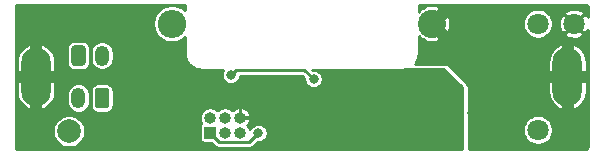
<source format=gbr>
%TF.GenerationSoftware,KiCad,Pcbnew,(5.1.10-1-10_14)*%
%TF.CreationDate,2021-11-16T21:19:30+13:00*%
%TF.ProjectId,BMSladder,424d536c-6164-4646-9572-2e6b69636164,rev?*%
%TF.SameCoordinates,Original*%
%TF.FileFunction,Copper,L2,Bot*%
%TF.FilePolarity,Positive*%
%FSLAX46Y46*%
G04 Gerber Fmt 4.6, Leading zero omitted, Abs format (unit mm)*
G04 Created by KiCad (PCBNEW (5.1.10-1-10_14)) date 2021-11-16 21:19:30*
%MOMM*%
%LPD*%
G01*
G04 APERTURE LIST*
%TA.AperFunction,ComponentPad*%
%ADD10C,1.800000*%
%TD*%
%TA.AperFunction,ComponentPad*%
%ADD11O,1.200000X1.750000*%
%TD*%
%TA.AperFunction,ComponentPad*%
%ADD12O,1.000000X1.000000*%
%TD*%
%TA.AperFunction,ComponentPad*%
%ADD13R,1.000000X1.000000*%
%TD*%
%TA.AperFunction,ComponentPad*%
%ADD14O,2.400000X2.400000*%
%TD*%
%TA.AperFunction,ComponentPad*%
%ADD15C,2.400000*%
%TD*%
%TA.AperFunction,ComponentPad*%
%ADD16C,2.000000*%
%TD*%
%TA.AperFunction,ComponentPad*%
%ADD17O,2.500000X5.000000*%
%TD*%
%TA.AperFunction,ViaPad*%
%ADD18C,0.800000*%
%TD*%
%TA.AperFunction,Conductor*%
%ADD19C,0.250000*%
%TD*%
%TA.AperFunction,Conductor*%
%ADD20C,0.100000*%
%TD*%
G04 APERTURE END LIST*
D10*
%TO.P,J7,1*%
%TO.N,Net-(D1-Pad2)*%
X67550000Y-21500000D03*
%TD*%
D11*
%TO.P,J6,2*%
%TO.N,Net-(J3-Pad2)*%
X27600000Y-24200000D03*
%TO.P,J6,1*%
%TO.N,Net-(J3-Pad1)*%
%TA.AperFunction,ComponentPad*%
G36*
G01*
X25000000Y-24825001D02*
X25000000Y-23574999D01*
G75*
G02*
X25249999Y-23325000I249999J0D01*
G01*
X25950001Y-23325000D01*
G75*
G02*
X26200000Y-23574999I0J-249999D01*
G01*
X26200000Y-24825001D01*
G75*
G02*
X25950001Y-25075000I-249999J0D01*
G01*
X25249999Y-25075000D01*
G75*
G02*
X25000000Y-24825001I0J249999D01*
G01*
G37*
%TD.AperFunction*%
%TD*%
%TO.P,J3,2*%
%TO.N,Net-(J3-Pad2)*%
X25600000Y-27800000D03*
%TO.P,J3,1*%
%TO.N,Net-(J3-Pad1)*%
%TA.AperFunction,ComponentPad*%
G36*
G01*
X28200000Y-27174999D02*
X28200000Y-28425001D01*
G75*
G02*
X27950001Y-28675000I-249999J0D01*
G01*
X27249999Y-28675000D01*
G75*
G02*
X27000000Y-28425001I0J249999D01*
G01*
X27000000Y-27174999D01*
G75*
G02*
X27249999Y-26925000I249999J0D01*
G01*
X27950001Y-26925000D01*
G75*
G02*
X28200000Y-27174999I0J-249999D01*
G01*
G37*
%TD.AperFunction*%
%TD*%
D10*
%TO.P,J1,1*%
%TO.N,Net-(J1-Pad1)*%
X64500000Y-21500000D03*
%TD*%
D12*
%TO.P,J5,6*%
%TO.N,GND*%
X39290000Y-29450000D03*
%TO.P,J5,5*%
%TO.N,Net-(J5-Pad5)*%
X39290000Y-30720000D03*
%TO.P,J5,4*%
%TO.N,/TX*%
X38020000Y-29450000D03*
%TO.P,J5,3*%
%TO.N,/RX*%
X38020000Y-30720000D03*
%TO.P,J5,2*%
%TO.N,/VCC*%
X36750000Y-29450000D03*
D13*
%TO.P,J5,1*%
%TO.N,/FAULT_UPDI*%
X36750000Y-30720000D03*
%TD*%
D14*
%TO.P,R7,2*%
%TO.N,Net-(Q2-Pad3)*%
X33500000Y-21500000D03*
D15*
%TO.P,R7,1*%
%TO.N,Net-(D1-Pad2)*%
X55500000Y-21500000D03*
%TD*%
D16*
%TO.P,J4,1*%
%TO.N,Net-(J4-Pad1)*%
X24800000Y-30600000D03*
%TD*%
D17*
%TO.P,H2,1*%
%TO.N,GND*%
X22000000Y-26000000D03*
%TD*%
%TO.P,H1,1*%
%TO.N,Net-(D1-Pad2)*%
X67000000Y-26000000D03*
%TD*%
D10*
%TO.P,J2,1*%
%TO.N,Net-(J2-Pad1)*%
X64500000Y-30500000D03*
%TD*%
D18*
%TO.N,GND*%
X39850000Y-27150000D03*
X57500000Y-29100000D03*
X46750000Y-26200010D03*
X33500000Y-29200006D03*
X30650035Y-25749987D03*
X30650035Y-24799963D03*
X30650000Y-26700000D03*
%TO.N,Net-(D1-Pad2)*%
X54700000Y-24499990D03*
X58900000Y-29100000D03*
X61500000Y-29350000D03*
X63700000Y-23700000D03*
%TO.N,/BAL*%
X45501730Y-26198270D03*
X38500000Y-25850000D03*
%TO.N,/FAULT_UPDI*%
X40840012Y-30744678D03*
%TD*%
D19*
%TO.N,GND*%
X39290000Y-29530000D02*
X39290000Y-27600000D01*
X46750000Y-27600000D02*
X55200000Y-27600000D01*
X39850000Y-27150000D02*
X39850000Y-27600000D01*
X39850000Y-27600000D02*
X46750000Y-27600000D01*
X39290000Y-27600000D02*
X39850000Y-27600000D01*
X56000000Y-27600000D02*
X55200000Y-27600000D01*
X57500000Y-29100000D02*
X56000000Y-27600000D01*
X46750000Y-27600000D02*
X46750000Y-26200010D01*
X39290000Y-27600000D02*
X30850000Y-27600000D01*
X30800000Y-27650000D02*
X30800000Y-28000012D01*
X30850000Y-27600000D02*
X30800000Y-27650000D01*
X32350006Y-29200006D02*
X33500000Y-29200006D01*
X30800000Y-27650000D02*
X32350006Y-29200006D01*
%TO.N,Net-(D1-Pad2)*%
X61800000Y-26000000D02*
X60299990Y-24499990D01*
X60299990Y-24499990D02*
X54700000Y-24499990D01*
X63400000Y-28100000D02*
X63400000Y-26000000D01*
X58900000Y-29100000D02*
X62400000Y-29100000D01*
X63400000Y-26000000D02*
X61800000Y-26000000D01*
X62400000Y-29100000D02*
X63400000Y-28100000D01*
X62150000Y-29350000D02*
X62400000Y-29100000D01*
X61500000Y-29350000D02*
X62150000Y-29350000D01*
X63700000Y-23700000D02*
X63700000Y-26000000D01*
X63700000Y-26000000D02*
X63400000Y-26000000D01*
X67000000Y-26000000D02*
X63700000Y-26000000D01*
%TO.N,/BAL*%
X44703460Y-25400000D02*
X38950000Y-25400000D01*
X38950000Y-25400000D02*
X38500000Y-25850000D01*
X45501730Y-26198270D02*
X44703460Y-25400000D01*
%TO.N,/FAULT_UPDI*%
X40034690Y-31550000D02*
X40840012Y-30744678D01*
X37500000Y-31550000D02*
X40034690Y-31550000D01*
X36750000Y-30800000D02*
X37500000Y-31550000D01*
%TD*%
%TO.N,GND*%
X34519052Y-19903786D02*
X34537374Y-19909318D01*
X34554277Y-19918305D01*
X34569111Y-19930403D01*
X34581316Y-19945156D01*
X34590419Y-19961994D01*
X34596078Y-19980274D01*
X34600001Y-20017597D01*
X34600001Y-20372614D01*
X34504004Y-20276617D01*
X34246042Y-20104253D01*
X33959411Y-19985526D01*
X33655124Y-19925000D01*
X33344876Y-19925000D01*
X33040589Y-19985526D01*
X32753958Y-20104253D01*
X32495996Y-20276617D01*
X32276617Y-20495996D01*
X32104253Y-20753958D01*
X31985526Y-21040589D01*
X31925000Y-21344876D01*
X31925000Y-21655124D01*
X31985526Y-21959411D01*
X32104253Y-22246042D01*
X32276617Y-22504004D01*
X32495996Y-22723383D01*
X32753958Y-22895747D01*
X33040589Y-23014474D01*
X33344876Y-23075000D01*
X33655124Y-23075000D01*
X33959411Y-23014474D01*
X34246042Y-22895747D01*
X34504004Y-22723383D01*
X34600000Y-22627387D01*
X34600000Y-24019646D01*
X34601713Y-24037041D01*
X34601670Y-24043235D01*
X34602215Y-24048794D01*
X34622616Y-24242890D01*
X34629905Y-24278398D01*
X34636699Y-24314014D01*
X34638314Y-24319361D01*
X34696026Y-24505799D01*
X34710064Y-24539196D01*
X34723655Y-24572834D01*
X34726277Y-24577765D01*
X34819102Y-24749442D01*
X34839380Y-24779506D01*
X34859227Y-24809835D01*
X34862757Y-24814163D01*
X34987161Y-24964541D01*
X35012887Y-24990088D01*
X35038251Y-25015989D01*
X35042554Y-25019549D01*
X35193796Y-25142899D01*
X35223988Y-25162958D01*
X35253907Y-25183444D01*
X35258820Y-25186100D01*
X35431142Y-25277725D01*
X35464640Y-25291532D01*
X35497982Y-25305822D01*
X35503317Y-25307474D01*
X35690154Y-25363883D01*
X35725717Y-25370925D01*
X35761178Y-25378462D01*
X35766732Y-25379046D01*
X35960966Y-25398091D01*
X35960970Y-25398091D01*
X35980353Y-25400000D01*
X37868596Y-25400000D01*
X37813204Y-25482900D01*
X37754783Y-25623941D01*
X37725000Y-25773669D01*
X37725000Y-25926331D01*
X37754783Y-26076059D01*
X37813204Y-26217100D01*
X37898018Y-26344034D01*
X38005966Y-26451982D01*
X38132900Y-26536796D01*
X38273941Y-26595217D01*
X38423669Y-26625000D01*
X38576331Y-26625000D01*
X38726059Y-26595217D01*
X38867100Y-26536796D01*
X38994034Y-26451982D01*
X39101982Y-26344034D01*
X39186796Y-26217100D01*
X39245217Y-26076059D01*
X39275000Y-25926331D01*
X39275000Y-25900000D01*
X44496355Y-25900000D01*
X44726730Y-26130376D01*
X44726730Y-26274601D01*
X44756513Y-26424329D01*
X44814934Y-26565370D01*
X44899748Y-26692304D01*
X45007696Y-26800252D01*
X45134630Y-26885066D01*
X45275671Y-26943487D01*
X45425399Y-26973270D01*
X45578061Y-26973270D01*
X45727789Y-26943487D01*
X45868830Y-26885066D01*
X45995764Y-26800252D01*
X46103712Y-26692304D01*
X46188526Y-26565370D01*
X46246947Y-26424329D01*
X46276730Y-26274601D01*
X46276730Y-26121939D01*
X46246947Y-25972211D01*
X46188526Y-25831170D01*
X46103712Y-25704236D01*
X45995764Y-25596288D01*
X45868830Y-25511474D01*
X45727789Y-25453053D01*
X45578061Y-25423270D01*
X45433836Y-25423270D01*
X45410566Y-25400000D01*
X53019647Y-25400000D01*
X53037042Y-25398287D01*
X53043235Y-25398330D01*
X53048794Y-25397785D01*
X53242890Y-25377384D01*
X53254504Y-25375000D01*
X56499346Y-25375000D01*
X58075000Y-26902907D01*
X58075000Y-32100000D01*
X20419562Y-32100000D01*
X20380948Y-32096214D01*
X20362626Y-32090682D01*
X20345723Y-32081695D01*
X20330889Y-32069597D01*
X20318684Y-32054844D01*
X20309581Y-32038008D01*
X20303922Y-32019725D01*
X20300000Y-31982412D01*
X20300000Y-30464574D01*
X23425000Y-30464574D01*
X23425000Y-30735426D01*
X23477841Y-31001073D01*
X23581491Y-31251307D01*
X23731968Y-31476511D01*
X23923489Y-31668032D01*
X24148693Y-31818509D01*
X24398927Y-31922159D01*
X24664574Y-31975000D01*
X24935426Y-31975000D01*
X25201073Y-31922159D01*
X25451307Y-31818509D01*
X25676511Y-31668032D01*
X25868032Y-31476511D01*
X26018509Y-31251307D01*
X26122159Y-31001073D01*
X26175000Y-30735426D01*
X26175000Y-30464574D01*
X26126351Y-30220000D01*
X35873186Y-30220000D01*
X35873186Y-31220000D01*
X35880426Y-31293513D01*
X35901869Y-31364200D01*
X35936691Y-31429347D01*
X35983552Y-31486448D01*
X36040653Y-31533309D01*
X36105800Y-31568131D01*
X36176487Y-31589574D01*
X36250000Y-31596814D01*
X36839708Y-31596814D01*
X37129075Y-31886181D01*
X37144736Y-31905264D01*
X37220871Y-31967746D01*
X37307733Y-32014175D01*
X37401983Y-32042765D01*
X37475440Y-32050000D01*
X37475441Y-32050000D01*
X37499999Y-32052419D01*
X37524557Y-32050000D01*
X40010130Y-32050000D01*
X40034690Y-32052419D01*
X40059250Y-32050000D01*
X40132707Y-32042765D01*
X40226957Y-32014175D01*
X40313819Y-31967746D01*
X40389954Y-31905264D01*
X40405619Y-31886176D01*
X40772118Y-31519678D01*
X40916343Y-31519678D01*
X41066071Y-31489895D01*
X41207112Y-31431474D01*
X41334046Y-31346660D01*
X41441994Y-31238712D01*
X41526808Y-31111778D01*
X41585229Y-30970737D01*
X41615012Y-30821009D01*
X41615012Y-30668347D01*
X41585229Y-30518619D01*
X41526808Y-30377578D01*
X41441994Y-30250644D01*
X41334046Y-30142696D01*
X41207112Y-30057882D01*
X41066071Y-29999461D01*
X40916343Y-29969678D01*
X40763681Y-29969678D01*
X40613953Y-29999461D01*
X40472912Y-30057882D01*
X40345978Y-30142696D01*
X40238030Y-30250644D01*
X40153216Y-30377578D01*
X40124237Y-30447541D01*
X40065415Y-30305532D01*
X39969657Y-30162220D01*
X39890395Y-30082958D01*
X39915302Y-30062067D01*
X40022695Y-29928316D01*
X40101931Y-29776184D01*
X40149965Y-29611517D01*
X40070894Y-29475000D01*
X39315000Y-29475000D01*
X39315000Y-29495000D01*
X39265000Y-29495000D01*
X39265000Y-29475000D01*
X39245000Y-29475000D01*
X39245000Y-29425000D01*
X39265000Y-29425000D01*
X39265000Y-28669150D01*
X39315000Y-28669150D01*
X39315000Y-29425000D01*
X40070894Y-29425000D01*
X40149965Y-29288483D01*
X40101931Y-29123816D01*
X40022695Y-28971684D01*
X39915302Y-28837933D01*
X39783879Y-28727703D01*
X39633476Y-28645231D01*
X39469874Y-28593686D01*
X39451517Y-28590036D01*
X39315000Y-28669150D01*
X39265000Y-28669150D01*
X39128483Y-28590036D01*
X39110126Y-28593686D01*
X38946524Y-28645231D01*
X38796121Y-28727703D01*
X38664698Y-28837933D01*
X38656090Y-28848653D01*
X38577780Y-28770343D01*
X38434468Y-28674585D01*
X38275228Y-28608626D01*
X38106180Y-28575000D01*
X37933820Y-28575000D01*
X37764772Y-28608626D01*
X37605532Y-28674585D01*
X37462220Y-28770343D01*
X37385000Y-28847563D01*
X37307780Y-28770343D01*
X37164468Y-28674585D01*
X37005228Y-28608626D01*
X36836180Y-28575000D01*
X36663820Y-28575000D01*
X36494772Y-28608626D01*
X36335532Y-28674585D01*
X36192220Y-28770343D01*
X36070343Y-28892220D01*
X35974585Y-29035532D01*
X35908626Y-29194772D01*
X35875000Y-29363820D01*
X35875000Y-29536180D01*
X35908626Y-29705228D01*
X35974585Y-29864468D01*
X36016204Y-29926755D01*
X35983552Y-29953552D01*
X35936691Y-30010653D01*
X35901869Y-30075800D01*
X35880426Y-30146487D01*
X35873186Y-30220000D01*
X26126351Y-30220000D01*
X26122159Y-30198927D01*
X26018509Y-29948693D01*
X25868032Y-29723489D01*
X25676511Y-29531968D01*
X25451307Y-29381491D01*
X25201073Y-29277841D01*
X24935426Y-29225000D01*
X24664574Y-29225000D01*
X24398927Y-29277841D01*
X24148693Y-29381491D01*
X23923489Y-29531968D01*
X23731968Y-29723489D01*
X23581491Y-29948693D01*
X23477841Y-30198927D01*
X23425000Y-30464574D01*
X20300000Y-30464574D01*
X20300000Y-26025000D01*
X20375000Y-26025000D01*
X20375000Y-27275000D01*
X20411101Y-27591541D01*
X20508263Y-27894957D01*
X20662751Y-28173588D01*
X20868629Y-28416726D01*
X21117985Y-28615027D01*
X21401236Y-28760871D01*
X21707497Y-28848653D01*
X21721132Y-28850893D01*
X21975000Y-28781046D01*
X21975000Y-26025000D01*
X22025000Y-26025000D01*
X22025000Y-28781046D01*
X22278868Y-28850893D01*
X22292503Y-28848653D01*
X22598764Y-28760871D01*
X22882015Y-28615027D01*
X23131371Y-28416726D01*
X23337249Y-28173588D01*
X23491737Y-27894957D01*
X23588899Y-27591541D01*
X23601949Y-27477108D01*
X24625000Y-27477108D01*
X24625000Y-28122891D01*
X24639108Y-28266132D01*
X24694860Y-28449920D01*
X24785395Y-28619302D01*
X24907235Y-28767765D01*
X25055698Y-28889605D01*
X25225079Y-28980140D01*
X25408867Y-29035892D01*
X25600000Y-29054717D01*
X25791132Y-29035892D01*
X25974920Y-28980140D01*
X26144302Y-28889605D01*
X26292765Y-28767765D01*
X26414605Y-28619302D01*
X26505140Y-28449921D01*
X26560892Y-28266133D01*
X26575000Y-28122892D01*
X26575000Y-27477109D01*
X26560892Y-27333868D01*
X26512700Y-27174999D01*
X26623186Y-27174999D01*
X26623186Y-28425001D01*
X26635230Y-28547286D01*
X26670899Y-28664872D01*
X26728823Y-28773240D01*
X26806775Y-28868225D01*
X26901760Y-28946177D01*
X27010128Y-29004101D01*
X27127714Y-29039770D01*
X27249999Y-29051814D01*
X27950001Y-29051814D01*
X28072286Y-29039770D01*
X28189872Y-29004101D01*
X28298240Y-28946177D01*
X28393225Y-28868225D01*
X28471177Y-28773240D01*
X28529101Y-28664872D01*
X28564770Y-28547286D01*
X28576814Y-28425001D01*
X28576814Y-27174999D01*
X28564770Y-27052714D01*
X28529101Y-26935128D01*
X28471177Y-26826760D01*
X28393225Y-26731775D01*
X28298240Y-26653823D01*
X28189872Y-26595899D01*
X28072286Y-26560230D01*
X27950001Y-26548186D01*
X27249999Y-26548186D01*
X27127714Y-26560230D01*
X27010128Y-26595899D01*
X26901760Y-26653823D01*
X26806775Y-26731775D01*
X26728823Y-26826760D01*
X26670899Y-26935128D01*
X26635230Y-27052714D01*
X26623186Y-27174999D01*
X26512700Y-27174999D01*
X26505140Y-27150079D01*
X26414605Y-26980698D01*
X26292765Y-26832235D01*
X26144302Y-26710395D01*
X25974921Y-26619860D01*
X25791133Y-26564108D01*
X25600000Y-26545283D01*
X25408868Y-26564108D01*
X25225080Y-26619860D01*
X25055699Y-26710395D01*
X24907236Y-26832235D01*
X24785396Y-26980698D01*
X24694860Y-27150079D01*
X24639108Y-27333867D01*
X24625000Y-27477108D01*
X23601949Y-27477108D01*
X23625000Y-27275000D01*
X23625000Y-26025000D01*
X22025000Y-26025000D01*
X21975000Y-26025000D01*
X20375000Y-26025000D01*
X20300000Y-26025000D01*
X20300000Y-24725000D01*
X20375000Y-24725000D01*
X20375000Y-25975000D01*
X21975000Y-25975000D01*
X21975000Y-23218954D01*
X22025000Y-23218954D01*
X22025000Y-25975000D01*
X23625000Y-25975000D01*
X23625000Y-24725000D01*
X23588899Y-24408459D01*
X23491737Y-24105043D01*
X23337249Y-23826412D01*
X23131371Y-23583274D01*
X23120966Y-23574999D01*
X24623186Y-23574999D01*
X24623186Y-24825001D01*
X24635230Y-24947286D01*
X24670899Y-25064872D01*
X24728823Y-25173240D01*
X24806775Y-25268225D01*
X24901760Y-25346177D01*
X25010128Y-25404101D01*
X25127714Y-25439770D01*
X25249999Y-25451814D01*
X25950001Y-25451814D01*
X26072286Y-25439770D01*
X26189872Y-25404101D01*
X26298240Y-25346177D01*
X26393225Y-25268225D01*
X26471177Y-25173240D01*
X26529101Y-25064872D01*
X26564770Y-24947286D01*
X26576814Y-24825001D01*
X26576814Y-23877109D01*
X26625000Y-23877109D01*
X26625000Y-24522892D01*
X26639108Y-24666133D01*
X26694860Y-24849921D01*
X26785396Y-25019302D01*
X26907236Y-25167765D01*
X27055699Y-25289605D01*
X27225080Y-25380140D01*
X27408868Y-25435892D01*
X27600000Y-25454717D01*
X27791133Y-25435892D01*
X27974921Y-25380140D01*
X28144302Y-25289605D01*
X28292765Y-25167765D01*
X28414605Y-25019302D01*
X28505140Y-24849921D01*
X28560892Y-24666132D01*
X28575000Y-24522891D01*
X28575000Y-23877108D01*
X28560892Y-23733867D01*
X28505140Y-23550079D01*
X28414605Y-23380698D01*
X28292765Y-23232235D01*
X28144302Y-23110395D01*
X27974920Y-23019860D01*
X27791132Y-22964108D01*
X27600000Y-22945283D01*
X27408867Y-22964108D01*
X27225079Y-23019860D01*
X27055698Y-23110395D01*
X26907235Y-23232235D01*
X26785395Y-23380698D01*
X26694860Y-23550080D01*
X26639108Y-23733868D01*
X26625000Y-23877109D01*
X26576814Y-23877109D01*
X26576814Y-23574999D01*
X26564770Y-23452714D01*
X26529101Y-23335128D01*
X26471177Y-23226760D01*
X26393225Y-23131775D01*
X26298240Y-23053823D01*
X26189872Y-22995899D01*
X26072286Y-22960230D01*
X25950001Y-22948186D01*
X25249999Y-22948186D01*
X25127714Y-22960230D01*
X25010128Y-22995899D01*
X24901760Y-23053823D01*
X24806775Y-23131775D01*
X24728823Y-23226760D01*
X24670899Y-23335128D01*
X24635230Y-23452714D01*
X24623186Y-23574999D01*
X23120966Y-23574999D01*
X22882015Y-23384973D01*
X22598764Y-23239129D01*
X22292503Y-23151347D01*
X22278868Y-23149107D01*
X22025000Y-23218954D01*
X21975000Y-23218954D01*
X21721132Y-23149107D01*
X21707497Y-23151347D01*
X21401236Y-23239129D01*
X21117985Y-23384973D01*
X20868629Y-23583274D01*
X20662751Y-23826412D01*
X20508263Y-24105043D01*
X20411101Y-24408459D01*
X20375000Y-24725000D01*
X20300000Y-24725000D01*
X20300000Y-20019561D01*
X20303786Y-19980948D01*
X20309318Y-19962626D01*
X20318305Y-19945723D01*
X20330403Y-19930889D01*
X20345156Y-19918684D01*
X20361994Y-19909581D01*
X20380274Y-19903922D01*
X20417588Y-19900000D01*
X34480439Y-19900000D01*
X34519052Y-19903786D01*
%TA.AperFunction,Conductor*%
D20*
G36*
X34519052Y-19903786D02*
G01*
X34537374Y-19909318D01*
X34554277Y-19918305D01*
X34569111Y-19930403D01*
X34581316Y-19945156D01*
X34590419Y-19961994D01*
X34596078Y-19980274D01*
X34600001Y-20017597D01*
X34600001Y-20372614D01*
X34504004Y-20276617D01*
X34246042Y-20104253D01*
X33959411Y-19985526D01*
X33655124Y-19925000D01*
X33344876Y-19925000D01*
X33040589Y-19985526D01*
X32753958Y-20104253D01*
X32495996Y-20276617D01*
X32276617Y-20495996D01*
X32104253Y-20753958D01*
X31985526Y-21040589D01*
X31925000Y-21344876D01*
X31925000Y-21655124D01*
X31985526Y-21959411D01*
X32104253Y-22246042D01*
X32276617Y-22504004D01*
X32495996Y-22723383D01*
X32753958Y-22895747D01*
X33040589Y-23014474D01*
X33344876Y-23075000D01*
X33655124Y-23075000D01*
X33959411Y-23014474D01*
X34246042Y-22895747D01*
X34504004Y-22723383D01*
X34600000Y-22627387D01*
X34600000Y-24019646D01*
X34601713Y-24037041D01*
X34601670Y-24043235D01*
X34602215Y-24048794D01*
X34622616Y-24242890D01*
X34629905Y-24278398D01*
X34636699Y-24314014D01*
X34638314Y-24319361D01*
X34696026Y-24505799D01*
X34710064Y-24539196D01*
X34723655Y-24572834D01*
X34726277Y-24577765D01*
X34819102Y-24749442D01*
X34839380Y-24779506D01*
X34859227Y-24809835D01*
X34862757Y-24814163D01*
X34987161Y-24964541D01*
X35012887Y-24990088D01*
X35038251Y-25015989D01*
X35042554Y-25019549D01*
X35193796Y-25142899D01*
X35223988Y-25162958D01*
X35253907Y-25183444D01*
X35258820Y-25186100D01*
X35431142Y-25277725D01*
X35464640Y-25291532D01*
X35497982Y-25305822D01*
X35503317Y-25307474D01*
X35690154Y-25363883D01*
X35725717Y-25370925D01*
X35761178Y-25378462D01*
X35766732Y-25379046D01*
X35960966Y-25398091D01*
X35960970Y-25398091D01*
X35980353Y-25400000D01*
X37868596Y-25400000D01*
X37813204Y-25482900D01*
X37754783Y-25623941D01*
X37725000Y-25773669D01*
X37725000Y-25926331D01*
X37754783Y-26076059D01*
X37813204Y-26217100D01*
X37898018Y-26344034D01*
X38005966Y-26451982D01*
X38132900Y-26536796D01*
X38273941Y-26595217D01*
X38423669Y-26625000D01*
X38576331Y-26625000D01*
X38726059Y-26595217D01*
X38867100Y-26536796D01*
X38994034Y-26451982D01*
X39101982Y-26344034D01*
X39186796Y-26217100D01*
X39245217Y-26076059D01*
X39275000Y-25926331D01*
X39275000Y-25900000D01*
X44496355Y-25900000D01*
X44726730Y-26130376D01*
X44726730Y-26274601D01*
X44756513Y-26424329D01*
X44814934Y-26565370D01*
X44899748Y-26692304D01*
X45007696Y-26800252D01*
X45134630Y-26885066D01*
X45275671Y-26943487D01*
X45425399Y-26973270D01*
X45578061Y-26973270D01*
X45727789Y-26943487D01*
X45868830Y-26885066D01*
X45995764Y-26800252D01*
X46103712Y-26692304D01*
X46188526Y-26565370D01*
X46246947Y-26424329D01*
X46276730Y-26274601D01*
X46276730Y-26121939D01*
X46246947Y-25972211D01*
X46188526Y-25831170D01*
X46103712Y-25704236D01*
X45995764Y-25596288D01*
X45868830Y-25511474D01*
X45727789Y-25453053D01*
X45578061Y-25423270D01*
X45433836Y-25423270D01*
X45410566Y-25400000D01*
X53019647Y-25400000D01*
X53037042Y-25398287D01*
X53043235Y-25398330D01*
X53048794Y-25397785D01*
X53242890Y-25377384D01*
X53254504Y-25375000D01*
X56499346Y-25375000D01*
X58075000Y-26902907D01*
X58075000Y-32100000D01*
X20419562Y-32100000D01*
X20380948Y-32096214D01*
X20362626Y-32090682D01*
X20345723Y-32081695D01*
X20330889Y-32069597D01*
X20318684Y-32054844D01*
X20309581Y-32038008D01*
X20303922Y-32019725D01*
X20300000Y-31982412D01*
X20300000Y-30464574D01*
X23425000Y-30464574D01*
X23425000Y-30735426D01*
X23477841Y-31001073D01*
X23581491Y-31251307D01*
X23731968Y-31476511D01*
X23923489Y-31668032D01*
X24148693Y-31818509D01*
X24398927Y-31922159D01*
X24664574Y-31975000D01*
X24935426Y-31975000D01*
X25201073Y-31922159D01*
X25451307Y-31818509D01*
X25676511Y-31668032D01*
X25868032Y-31476511D01*
X26018509Y-31251307D01*
X26122159Y-31001073D01*
X26175000Y-30735426D01*
X26175000Y-30464574D01*
X26126351Y-30220000D01*
X35873186Y-30220000D01*
X35873186Y-31220000D01*
X35880426Y-31293513D01*
X35901869Y-31364200D01*
X35936691Y-31429347D01*
X35983552Y-31486448D01*
X36040653Y-31533309D01*
X36105800Y-31568131D01*
X36176487Y-31589574D01*
X36250000Y-31596814D01*
X36839708Y-31596814D01*
X37129075Y-31886181D01*
X37144736Y-31905264D01*
X37220871Y-31967746D01*
X37307733Y-32014175D01*
X37401983Y-32042765D01*
X37475440Y-32050000D01*
X37475441Y-32050000D01*
X37499999Y-32052419D01*
X37524557Y-32050000D01*
X40010130Y-32050000D01*
X40034690Y-32052419D01*
X40059250Y-32050000D01*
X40132707Y-32042765D01*
X40226957Y-32014175D01*
X40313819Y-31967746D01*
X40389954Y-31905264D01*
X40405619Y-31886176D01*
X40772118Y-31519678D01*
X40916343Y-31519678D01*
X41066071Y-31489895D01*
X41207112Y-31431474D01*
X41334046Y-31346660D01*
X41441994Y-31238712D01*
X41526808Y-31111778D01*
X41585229Y-30970737D01*
X41615012Y-30821009D01*
X41615012Y-30668347D01*
X41585229Y-30518619D01*
X41526808Y-30377578D01*
X41441994Y-30250644D01*
X41334046Y-30142696D01*
X41207112Y-30057882D01*
X41066071Y-29999461D01*
X40916343Y-29969678D01*
X40763681Y-29969678D01*
X40613953Y-29999461D01*
X40472912Y-30057882D01*
X40345978Y-30142696D01*
X40238030Y-30250644D01*
X40153216Y-30377578D01*
X40124237Y-30447541D01*
X40065415Y-30305532D01*
X39969657Y-30162220D01*
X39890395Y-30082958D01*
X39915302Y-30062067D01*
X40022695Y-29928316D01*
X40101931Y-29776184D01*
X40149965Y-29611517D01*
X40070894Y-29475000D01*
X39315000Y-29475000D01*
X39315000Y-29495000D01*
X39265000Y-29495000D01*
X39265000Y-29475000D01*
X39245000Y-29475000D01*
X39245000Y-29425000D01*
X39265000Y-29425000D01*
X39265000Y-28669150D01*
X39315000Y-28669150D01*
X39315000Y-29425000D01*
X40070894Y-29425000D01*
X40149965Y-29288483D01*
X40101931Y-29123816D01*
X40022695Y-28971684D01*
X39915302Y-28837933D01*
X39783879Y-28727703D01*
X39633476Y-28645231D01*
X39469874Y-28593686D01*
X39451517Y-28590036D01*
X39315000Y-28669150D01*
X39265000Y-28669150D01*
X39128483Y-28590036D01*
X39110126Y-28593686D01*
X38946524Y-28645231D01*
X38796121Y-28727703D01*
X38664698Y-28837933D01*
X38656090Y-28848653D01*
X38577780Y-28770343D01*
X38434468Y-28674585D01*
X38275228Y-28608626D01*
X38106180Y-28575000D01*
X37933820Y-28575000D01*
X37764772Y-28608626D01*
X37605532Y-28674585D01*
X37462220Y-28770343D01*
X37385000Y-28847563D01*
X37307780Y-28770343D01*
X37164468Y-28674585D01*
X37005228Y-28608626D01*
X36836180Y-28575000D01*
X36663820Y-28575000D01*
X36494772Y-28608626D01*
X36335532Y-28674585D01*
X36192220Y-28770343D01*
X36070343Y-28892220D01*
X35974585Y-29035532D01*
X35908626Y-29194772D01*
X35875000Y-29363820D01*
X35875000Y-29536180D01*
X35908626Y-29705228D01*
X35974585Y-29864468D01*
X36016204Y-29926755D01*
X35983552Y-29953552D01*
X35936691Y-30010653D01*
X35901869Y-30075800D01*
X35880426Y-30146487D01*
X35873186Y-30220000D01*
X26126351Y-30220000D01*
X26122159Y-30198927D01*
X26018509Y-29948693D01*
X25868032Y-29723489D01*
X25676511Y-29531968D01*
X25451307Y-29381491D01*
X25201073Y-29277841D01*
X24935426Y-29225000D01*
X24664574Y-29225000D01*
X24398927Y-29277841D01*
X24148693Y-29381491D01*
X23923489Y-29531968D01*
X23731968Y-29723489D01*
X23581491Y-29948693D01*
X23477841Y-30198927D01*
X23425000Y-30464574D01*
X20300000Y-30464574D01*
X20300000Y-26025000D01*
X20375000Y-26025000D01*
X20375000Y-27275000D01*
X20411101Y-27591541D01*
X20508263Y-27894957D01*
X20662751Y-28173588D01*
X20868629Y-28416726D01*
X21117985Y-28615027D01*
X21401236Y-28760871D01*
X21707497Y-28848653D01*
X21721132Y-28850893D01*
X21975000Y-28781046D01*
X21975000Y-26025000D01*
X22025000Y-26025000D01*
X22025000Y-28781046D01*
X22278868Y-28850893D01*
X22292503Y-28848653D01*
X22598764Y-28760871D01*
X22882015Y-28615027D01*
X23131371Y-28416726D01*
X23337249Y-28173588D01*
X23491737Y-27894957D01*
X23588899Y-27591541D01*
X23601949Y-27477108D01*
X24625000Y-27477108D01*
X24625000Y-28122891D01*
X24639108Y-28266132D01*
X24694860Y-28449920D01*
X24785395Y-28619302D01*
X24907235Y-28767765D01*
X25055698Y-28889605D01*
X25225079Y-28980140D01*
X25408867Y-29035892D01*
X25600000Y-29054717D01*
X25791132Y-29035892D01*
X25974920Y-28980140D01*
X26144302Y-28889605D01*
X26292765Y-28767765D01*
X26414605Y-28619302D01*
X26505140Y-28449921D01*
X26560892Y-28266133D01*
X26575000Y-28122892D01*
X26575000Y-27477109D01*
X26560892Y-27333868D01*
X26512700Y-27174999D01*
X26623186Y-27174999D01*
X26623186Y-28425001D01*
X26635230Y-28547286D01*
X26670899Y-28664872D01*
X26728823Y-28773240D01*
X26806775Y-28868225D01*
X26901760Y-28946177D01*
X27010128Y-29004101D01*
X27127714Y-29039770D01*
X27249999Y-29051814D01*
X27950001Y-29051814D01*
X28072286Y-29039770D01*
X28189872Y-29004101D01*
X28298240Y-28946177D01*
X28393225Y-28868225D01*
X28471177Y-28773240D01*
X28529101Y-28664872D01*
X28564770Y-28547286D01*
X28576814Y-28425001D01*
X28576814Y-27174999D01*
X28564770Y-27052714D01*
X28529101Y-26935128D01*
X28471177Y-26826760D01*
X28393225Y-26731775D01*
X28298240Y-26653823D01*
X28189872Y-26595899D01*
X28072286Y-26560230D01*
X27950001Y-26548186D01*
X27249999Y-26548186D01*
X27127714Y-26560230D01*
X27010128Y-26595899D01*
X26901760Y-26653823D01*
X26806775Y-26731775D01*
X26728823Y-26826760D01*
X26670899Y-26935128D01*
X26635230Y-27052714D01*
X26623186Y-27174999D01*
X26512700Y-27174999D01*
X26505140Y-27150079D01*
X26414605Y-26980698D01*
X26292765Y-26832235D01*
X26144302Y-26710395D01*
X25974921Y-26619860D01*
X25791133Y-26564108D01*
X25600000Y-26545283D01*
X25408868Y-26564108D01*
X25225080Y-26619860D01*
X25055699Y-26710395D01*
X24907236Y-26832235D01*
X24785396Y-26980698D01*
X24694860Y-27150079D01*
X24639108Y-27333867D01*
X24625000Y-27477108D01*
X23601949Y-27477108D01*
X23625000Y-27275000D01*
X23625000Y-26025000D01*
X22025000Y-26025000D01*
X21975000Y-26025000D01*
X20375000Y-26025000D01*
X20300000Y-26025000D01*
X20300000Y-24725000D01*
X20375000Y-24725000D01*
X20375000Y-25975000D01*
X21975000Y-25975000D01*
X21975000Y-23218954D01*
X22025000Y-23218954D01*
X22025000Y-25975000D01*
X23625000Y-25975000D01*
X23625000Y-24725000D01*
X23588899Y-24408459D01*
X23491737Y-24105043D01*
X23337249Y-23826412D01*
X23131371Y-23583274D01*
X23120966Y-23574999D01*
X24623186Y-23574999D01*
X24623186Y-24825001D01*
X24635230Y-24947286D01*
X24670899Y-25064872D01*
X24728823Y-25173240D01*
X24806775Y-25268225D01*
X24901760Y-25346177D01*
X25010128Y-25404101D01*
X25127714Y-25439770D01*
X25249999Y-25451814D01*
X25950001Y-25451814D01*
X26072286Y-25439770D01*
X26189872Y-25404101D01*
X26298240Y-25346177D01*
X26393225Y-25268225D01*
X26471177Y-25173240D01*
X26529101Y-25064872D01*
X26564770Y-24947286D01*
X26576814Y-24825001D01*
X26576814Y-23877109D01*
X26625000Y-23877109D01*
X26625000Y-24522892D01*
X26639108Y-24666133D01*
X26694860Y-24849921D01*
X26785396Y-25019302D01*
X26907236Y-25167765D01*
X27055699Y-25289605D01*
X27225080Y-25380140D01*
X27408868Y-25435892D01*
X27600000Y-25454717D01*
X27791133Y-25435892D01*
X27974921Y-25380140D01*
X28144302Y-25289605D01*
X28292765Y-25167765D01*
X28414605Y-25019302D01*
X28505140Y-24849921D01*
X28560892Y-24666132D01*
X28575000Y-24522891D01*
X28575000Y-23877108D01*
X28560892Y-23733867D01*
X28505140Y-23550079D01*
X28414605Y-23380698D01*
X28292765Y-23232235D01*
X28144302Y-23110395D01*
X27974920Y-23019860D01*
X27791132Y-22964108D01*
X27600000Y-22945283D01*
X27408867Y-22964108D01*
X27225079Y-23019860D01*
X27055698Y-23110395D01*
X26907235Y-23232235D01*
X26785395Y-23380698D01*
X26694860Y-23550080D01*
X26639108Y-23733868D01*
X26625000Y-23877109D01*
X26576814Y-23877109D01*
X26576814Y-23574999D01*
X26564770Y-23452714D01*
X26529101Y-23335128D01*
X26471177Y-23226760D01*
X26393225Y-23131775D01*
X26298240Y-23053823D01*
X26189872Y-22995899D01*
X26072286Y-22960230D01*
X25950001Y-22948186D01*
X25249999Y-22948186D01*
X25127714Y-22960230D01*
X25010128Y-22995899D01*
X24901760Y-23053823D01*
X24806775Y-23131775D01*
X24728823Y-23226760D01*
X24670899Y-23335128D01*
X24635230Y-23452714D01*
X24623186Y-23574999D01*
X23120966Y-23574999D01*
X22882015Y-23384973D01*
X22598764Y-23239129D01*
X22292503Y-23151347D01*
X22278868Y-23149107D01*
X22025000Y-23218954D01*
X21975000Y-23218954D01*
X21721132Y-23149107D01*
X21707497Y-23151347D01*
X21401236Y-23239129D01*
X21117985Y-23384973D01*
X20868629Y-23583274D01*
X20662751Y-23826412D01*
X20508263Y-24105043D01*
X20411101Y-24408459D01*
X20375000Y-24725000D01*
X20300000Y-24725000D01*
X20300000Y-20019561D01*
X20303786Y-19980948D01*
X20309318Y-19962626D01*
X20318305Y-19945723D01*
X20330403Y-19930889D01*
X20345156Y-19918684D01*
X20361994Y-19909581D01*
X20380274Y-19903922D01*
X20417588Y-19900000D01*
X34480439Y-19900000D01*
X34519052Y-19903786D01*
G37*
%TD.AperFunction*%
%TD*%
D19*
%TO.N,Net-(D1-Pad2)*%
X68619052Y-19903786D02*
X68637374Y-19909318D01*
X68654277Y-19918305D01*
X68669111Y-19930403D01*
X68681316Y-19945156D01*
X68690419Y-19961994D01*
X68696078Y-19980274D01*
X68700001Y-20017597D01*
X68700001Y-20948583D01*
X68629106Y-20809403D01*
X68600985Y-20767316D01*
X68407124Y-20678232D01*
X67585355Y-21500000D01*
X68407124Y-22321768D01*
X68600985Y-22232684D01*
X68700001Y-22055928D01*
X68700000Y-31980438D01*
X68696214Y-32019052D01*
X68690682Y-32037374D01*
X68681695Y-32054277D01*
X68669597Y-32069111D01*
X68654844Y-32081316D01*
X68638008Y-32090419D01*
X68619725Y-32096078D01*
X68582412Y-32100000D01*
X58625000Y-32100000D01*
X58625000Y-30374423D01*
X63225000Y-30374423D01*
X63225000Y-30625577D01*
X63273998Y-30871904D01*
X63370110Y-31103939D01*
X63509643Y-31312765D01*
X63687235Y-31490357D01*
X63896061Y-31629890D01*
X64128096Y-31726002D01*
X64374423Y-31775000D01*
X64625577Y-31775000D01*
X64871904Y-31726002D01*
X65103939Y-31629890D01*
X65312765Y-31490357D01*
X65490357Y-31312765D01*
X65629890Y-31103939D01*
X65726002Y-30871904D01*
X65775000Y-30625577D01*
X65775000Y-30374423D01*
X65726002Y-30128096D01*
X65629890Y-29896061D01*
X65490357Y-29687235D01*
X65312765Y-29509643D01*
X65103939Y-29370110D01*
X64871904Y-29273998D01*
X64625577Y-29225000D01*
X64374423Y-29225000D01*
X64128096Y-29273998D01*
X63896061Y-29370110D01*
X63687235Y-29509643D01*
X63509643Y-29687235D01*
X63370110Y-29896061D01*
X63273998Y-30128096D01*
X63225000Y-30374423D01*
X58625000Y-30374423D01*
X58625000Y-26750000D01*
X58622598Y-26725614D01*
X58615485Y-26702165D01*
X58603934Y-26680554D01*
X58589660Y-26662902D01*
X57969984Y-26025000D01*
X65375000Y-26025000D01*
X65375000Y-27275000D01*
X65411101Y-27591541D01*
X65508263Y-27894957D01*
X65662751Y-28173588D01*
X65868629Y-28416726D01*
X66117985Y-28615027D01*
X66401236Y-28760871D01*
X66707497Y-28848653D01*
X66721132Y-28850893D01*
X66975000Y-28781046D01*
X66975000Y-26025000D01*
X67025000Y-26025000D01*
X67025000Y-28781046D01*
X67278868Y-28850893D01*
X67292503Y-28848653D01*
X67598764Y-28760871D01*
X67882015Y-28615027D01*
X68131371Y-28416726D01*
X68337249Y-28173588D01*
X68491737Y-27894957D01*
X68588899Y-27591541D01*
X68625000Y-27275000D01*
X68625000Y-26025000D01*
X67025000Y-26025000D01*
X66975000Y-26025000D01*
X65375000Y-26025000D01*
X57969984Y-26025000D01*
X56889660Y-24912902D01*
X56870945Y-24897084D01*
X56849504Y-24885220D01*
X56826160Y-24877768D01*
X56800000Y-24875000D01*
X54086790Y-24875000D01*
X54142899Y-24806204D01*
X54162958Y-24776012D01*
X54183444Y-24746093D01*
X54186100Y-24741180D01*
X54194703Y-24725000D01*
X65375000Y-24725000D01*
X65375000Y-25975000D01*
X66975000Y-25975000D01*
X66975000Y-23218954D01*
X67025000Y-23218954D01*
X67025000Y-25975000D01*
X68625000Y-25975000D01*
X68625000Y-24725000D01*
X68588899Y-24408459D01*
X68491737Y-24105043D01*
X68337249Y-23826412D01*
X68131371Y-23583274D01*
X67882015Y-23384973D01*
X67598764Y-23239129D01*
X67292503Y-23151347D01*
X67278868Y-23149107D01*
X67025000Y-23218954D01*
X66975000Y-23218954D01*
X66721132Y-23149107D01*
X66707497Y-23151347D01*
X66401236Y-23239129D01*
X66117985Y-23384973D01*
X65868629Y-23583274D01*
X65662751Y-23826412D01*
X65508263Y-24105043D01*
X65411101Y-24408459D01*
X65375000Y-24725000D01*
X54194703Y-24725000D01*
X54277725Y-24568858D01*
X54291532Y-24535360D01*
X54305822Y-24502018D01*
X54307474Y-24496683D01*
X54363883Y-24309846D01*
X54370925Y-24274283D01*
X54378462Y-24238822D01*
X54379046Y-24233268D01*
X54398091Y-24039034D01*
X54398091Y-24039030D01*
X54400000Y-24019647D01*
X54400000Y-22635358D01*
X54465036Y-22570322D01*
X54590100Y-22794903D01*
X54860206Y-22947535D01*
X55154900Y-23044538D01*
X55462855Y-23082186D01*
X55772238Y-23059031D01*
X56071159Y-22975963D01*
X56348130Y-22836175D01*
X56409900Y-22794903D01*
X56534965Y-22570320D01*
X55500000Y-21535355D01*
X55485858Y-21549498D01*
X55450503Y-21514143D01*
X55464645Y-21500000D01*
X55535355Y-21500000D01*
X56570320Y-22534965D01*
X56794903Y-22409900D01*
X56947535Y-22139794D01*
X57044538Y-21845100D01*
X57082186Y-21537145D01*
X57070008Y-21374423D01*
X63225000Y-21374423D01*
X63225000Y-21625577D01*
X63273998Y-21871904D01*
X63370110Y-22103939D01*
X63509643Y-22312765D01*
X63687235Y-22490357D01*
X63896061Y-22629890D01*
X64128096Y-22726002D01*
X64374423Y-22775000D01*
X64625577Y-22775000D01*
X64871904Y-22726002D01*
X65103939Y-22629890D01*
X65312765Y-22490357D01*
X65445998Y-22357124D01*
X66728232Y-22357124D01*
X66817316Y-22550985D01*
X67036432Y-22673730D01*
X67275283Y-22751370D01*
X67524692Y-22780919D01*
X67775074Y-22761244D01*
X68016805Y-22693100D01*
X68240597Y-22579106D01*
X68282684Y-22550985D01*
X68371768Y-22357124D01*
X67550000Y-21535355D01*
X66728232Y-22357124D01*
X65445998Y-22357124D01*
X65490357Y-22312765D01*
X65629890Y-22103939D01*
X65726002Y-21871904D01*
X65775000Y-21625577D01*
X65775000Y-21474692D01*
X66269081Y-21474692D01*
X66288756Y-21725074D01*
X66356900Y-21966805D01*
X66470894Y-22190597D01*
X66499015Y-22232684D01*
X66692876Y-22321768D01*
X67514645Y-21500000D01*
X66692876Y-20678232D01*
X66499015Y-20767316D01*
X66376270Y-20986432D01*
X66298630Y-21225283D01*
X66269081Y-21474692D01*
X65775000Y-21474692D01*
X65775000Y-21374423D01*
X65726002Y-21128096D01*
X65629890Y-20896061D01*
X65490357Y-20687235D01*
X65445998Y-20642876D01*
X66728232Y-20642876D01*
X67550000Y-21464645D01*
X68371768Y-20642876D01*
X68282684Y-20449015D01*
X68063568Y-20326270D01*
X67824717Y-20248630D01*
X67575308Y-20219081D01*
X67324926Y-20238756D01*
X67083195Y-20306900D01*
X66859403Y-20420894D01*
X66817316Y-20449015D01*
X66728232Y-20642876D01*
X65445998Y-20642876D01*
X65312765Y-20509643D01*
X65103939Y-20370110D01*
X64871904Y-20273998D01*
X64625577Y-20225000D01*
X64374423Y-20225000D01*
X64128096Y-20273998D01*
X63896061Y-20370110D01*
X63687235Y-20509643D01*
X63509643Y-20687235D01*
X63370110Y-20896061D01*
X63273998Y-21128096D01*
X63225000Y-21374423D01*
X57070008Y-21374423D01*
X57059031Y-21227762D01*
X56975963Y-20928841D01*
X56836175Y-20651870D01*
X56794903Y-20590100D01*
X56570320Y-20465035D01*
X55535355Y-21500000D01*
X55464645Y-21500000D01*
X55450503Y-21485858D01*
X55485858Y-21450503D01*
X55500000Y-21464645D01*
X56534965Y-20429680D01*
X56409900Y-20205097D01*
X56139794Y-20052465D01*
X55845100Y-19955462D01*
X55537145Y-19917814D01*
X55227762Y-19940969D01*
X54928841Y-20024037D01*
X54651870Y-20163825D01*
X54590100Y-20205097D01*
X54465036Y-20429678D01*
X54400000Y-20364642D01*
X54400000Y-20019561D01*
X54403786Y-19980948D01*
X54409318Y-19962626D01*
X54418305Y-19945723D01*
X54430403Y-19930889D01*
X54445156Y-19918684D01*
X54461994Y-19909581D01*
X54480274Y-19903922D01*
X54517588Y-19900000D01*
X68580439Y-19900000D01*
X68619052Y-19903786D01*
%TA.AperFunction,Conductor*%
D20*
G36*
X68619052Y-19903786D02*
G01*
X68637374Y-19909318D01*
X68654277Y-19918305D01*
X68669111Y-19930403D01*
X68681316Y-19945156D01*
X68690419Y-19961994D01*
X68696078Y-19980274D01*
X68700001Y-20017597D01*
X68700001Y-20948583D01*
X68629106Y-20809403D01*
X68600985Y-20767316D01*
X68407124Y-20678232D01*
X67585355Y-21500000D01*
X68407124Y-22321768D01*
X68600985Y-22232684D01*
X68700001Y-22055928D01*
X68700000Y-31980438D01*
X68696214Y-32019052D01*
X68690682Y-32037374D01*
X68681695Y-32054277D01*
X68669597Y-32069111D01*
X68654844Y-32081316D01*
X68638008Y-32090419D01*
X68619725Y-32096078D01*
X68582412Y-32100000D01*
X58625000Y-32100000D01*
X58625000Y-30374423D01*
X63225000Y-30374423D01*
X63225000Y-30625577D01*
X63273998Y-30871904D01*
X63370110Y-31103939D01*
X63509643Y-31312765D01*
X63687235Y-31490357D01*
X63896061Y-31629890D01*
X64128096Y-31726002D01*
X64374423Y-31775000D01*
X64625577Y-31775000D01*
X64871904Y-31726002D01*
X65103939Y-31629890D01*
X65312765Y-31490357D01*
X65490357Y-31312765D01*
X65629890Y-31103939D01*
X65726002Y-30871904D01*
X65775000Y-30625577D01*
X65775000Y-30374423D01*
X65726002Y-30128096D01*
X65629890Y-29896061D01*
X65490357Y-29687235D01*
X65312765Y-29509643D01*
X65103939Y-29370110D01*
X64871904Y-29273998D01*
X64625577Y-29225000D01*
X64374423Y-29225000D01*
X64128096Y-29273998D01*
X63896061Y-29370110D01*
X63687235Y-29509643D01*
X63509643Y-29687235D01*
X63370110Y-29896061D01*
X63273998Y-30128096D01*
X63225000Y-30374423D01*
X58625000Y-30374423D01*
X58625000Y-26750000D01*
X58622598Y-26725614D01*
X58615485Y-26702165D01*
X58603934Y-26680554D01*
X58589660Y-26662902D01*
X57969984Y-26025000D01*
X65375000Y-26025000D01*
X65375000Y-27275000D01*
X65411101Y-27591541D01*
X65508263Y-27894957D01*
X65662751Y-28173588D01*
X65868629Y-28416726D01*
X66117985Y-28615027D01*
X66401236Y-28760871D01*
X66707497Y-28848653D01*
X66721132Y-28850893D01*
X66975000Y-28781046D01*
X66975000Y-26025000D01*
X67025000Y-26025000D01*
X67025000Y-28781046D01*
X67278868Y-28850893D01*
X67292503Y-28848653D01*
X67598764Y-28760871D01*
X67882015Y-28615027D01*
X68131371Y-28416726D01*
X68337249Y-28173588D01*
X68491737Y-27894957D01*
X68588899Y-27591541D01*
X68625000Y-27275000D01*
X68625000Y-26025000D01*
X67025000Y-26025000D01*
X66975000Y-26025000D01*
X65375000Y-26025000D01*
X57969984Y-26025000D01*
X56889660Y-24912902D01*
X56870945Y-24897084D01*
X56849504Y-24885220D01*
X56826160Y-24877768D01*
X56800000Y-24875000D01*
X54086790Y-24875000D01*
X54142899Y-24806204D01*
X54162958Y-24776012D01*
X54183444Y-24746093D01*
X54186100Y-24741180D01*
X54194703Y-24725000D01*
X65375000Y-24725000D01*
X65375000Y-25975000D01*
X66975000Y-25975000D01*
X66975000Y-23218954D01*
X67025000Y-23218954D01*
X67025000Y-25975000D01*
X68625000Y-25975000D01*
X68625000Y-24725000D01*
X68588899Y-24408459D01*
X68491737Y-24105043D01*
X68337249Y-23826412D01*
X68131371Y-23583274D01*
X67882015Y-23384973D01*
X67598764Y-23239129D01*
X67292503Y-23151347D01*
X67278868Y-23149107D01*
X67025000Y-23218954D01*
X66975000Y-23218954D01*
X66721132Y-23149107D01*
X66707497Y-23151347D01*
X66401236Y-23239129D01*
X66117985Y-23384973D01*
X65868629Y-23583274D01*
X65662751Y-23826412D01*
X65508263Y-24105043D01*
X65411101Y-24408459D01*
X65375000Y-24725000D01*
X54194703Y-24725000D01*
X54277725Y-24568858D01*
X54291532Y-24535360D01*
X54305822Y-24502018D01*
X54307474Y-24496683D01*
X54363883Y-24309846D01*
X54370925Y-24274283D01*
X54378462Y-24238822D01*
X54379046Y-24233268D01*
X54398091Y-24039034D01*
X54398091Y-24039030D01*
X54400000Y-24019647D01*
X54400000Y-22635358D01*
X54465036Y-22570322D01*
X54590100Y-22794903D01*
X54860206Y-22947535D01*
X55154900Y-23044538D01*
X55462855Y-23082186D01*
X55772238Y-23059031D01*
X56071159Y-22975963D01*
X56348130Y-22836175D01*
X56409900Y-22794903D01*
X56534965Y-22570320D01*
X55500000Y-21535355D01*
X55485858Y-21549498D01*
X55450503Y-21514143D01*
X55464645Y-21500000D01*
X55535355Y-21500000D01*
X56570320Y-22534965D01*
X56794903Y-22409900D01*
X56947535Y-22139794D01*
X57044538Y-21845100D01*
X57082186Y-21537145D01*
X57070008Y-21374423D01*
X63225000Y-21374423D01*
X63225000Y-21625577D01*
X63273998Y-21871904D01*
X63370110Y-22103939D01*
X63509643Y-22312765D01*
X63687235Y-22490357D01*
X63896061Y-22629890D01*
X64128096Y-22726002D01*
X64374423Y-22775000D01*
X64625577Y-22775000D01*
X64871904Y-22726002D01*
X65103939Y-22629890D01*
X65312765Y-22490357D01*
X65445998Y-22357124D01*
X66728232Y-22357124D01*
X66817316Y-22550985D01*
X67036432Y-22673730D01*
X67275283Y-22751370D01*
X67524692Y-22780919D01*
X67775074Y-22761244D01*
X68016805Y-22693100D01*
X68240597Y-22579106D01*
X68282684Y-22550985D01*
X68371768Y-22357124D01*
X67550000Y-21535355D01*
X66728232Y-22357124D01*
X65445998Y-22357124D01*
X65490357Y-22312765D01*
X65629890Y-22103939D01*
X65726002Y-21871904D01*
X65775000Y-21625577D01*
X65775000Y-21474692D01*
X66269081Y-21474692D01*
X66288756Y-21725074D01*
X66356900Y-21966805D01*
X66470894Y-22190597D01*
X66499015Y-22232684D01*
X66692876Y-22321768D01*
X67514645Y-21500000D01*
X66692876Y-20678232D01*
X66499015Y-20767316D01*
X66376270Y-20986432D01*
X66298630Y-21225283D01*
X66269081Y-21474692D01*
X65775000Y-21474692D01*
X65775000Y-21374423D01*
X65726002Y-21128096D01*
X65629890Y-20896061D01*
X65490357Y-20687235D01*
X65445998Y-20642876D01*
X66728232Y-20642876D01*
X67550000Y-21464645D01*
X68371768Y-20642876D01*
X68282684Y-20449015D01*
X68063568Y-20326270D01*
X67824717Y-20248630D01*
X67575308Y-20219081D01*
X67324926Y-20238756D01*
X67083195Y-20306900D01*
X66859403Y-20420894D01*
X66817316Y-20449015D01*
X66728232Y-20642876D01*
X65445998Y-20642876D01*
X65312765Y-20509643D01*
X65103939Y-20370110D01*
X64871904Y-20273998D01*
X64625577Y-20225000D01*
X64374423Y-20225000D01*
X64128096Y-20273998D01*
X63896061Y-20370110D01*
X63687235Y-20509643D01*
X63509643Y-20687235D01*
X63370110Y-20896061D01*
X63273998Y-21128096D01*
X63225000Y-21374423D01*
X57070008Y-21374423D01*
X57059031Y-21227762D01*
X56975963Y-20928841D01*
X56836175Y-20651870D01*
X56794903Y-20590100D01*
X56570320Y-20465035D01*
X55535355Y-21500000D01*
X55464645Y-21500000D01*
X55450503Y-21485858D01*
X55485858Y-21450503D01*
X55500000Y-21464645D01*
X56534965Y-20429680D01*
X56409900Y-20205097D01*
X56139794Y-20052465D01*
X55845100Y-19955462D01*
X55537145Y-19917814D01*
X55227762Y-19940969D01*
X54928841Y-20024037D01*
X54651870Y-20163825D01*
X54590100Y-20205097D01*
X54465036Y-20429678D01*
X54400000Y-20364642D01*
X54400000Y-20019561D01*
X54403786Y-19980948D01*
X54409318Y-19962626D01*
X54418305Y-19945723D01*
X54430403Y-19930889D01*
X54445156Y-19918684D01*
X54461994Y-19909581D01*
X54480274Y-19903922D01*
X54517588Y-19900000D01*
X68580439Y-19900000D01*
X68619052Y-19903786D01*
G37*
%TD.AperFunction*%
D19*
X54429678Y-22534964D02*
X54400000Y-22564642D01*
X54400000Y-22518437D01*
X54429678Y-22534964D01*
%TA.AperFunction,Conductor*%
D20*
G36*
X54429678Y-22534964D02*
G01*
X54400000Y-22564642D01*
X54400000Y-22518437D01*
X54429678Y-22534964D01*
G37*
%TD.AperFunction*%
D19*
X54429678Y-20465036D02*
X54400000Y-20481563D01*
X54400000Y-20435358D01*
X54429678Y-20465036D01*
%TA.AperFunction,Conductor*%
D20*
G36*
X54429678Y-20465036D02*
G01*
X54400000Y-20481563D01*
X54400000Y-20435358D01*
X54429678Y-20465036D01*
G37*
%TD.AperFunction*%
%TD*%
D19*
%TO.N,GND*%
X23975000Y-29075000D02*
X20300000Y-29075000D01*
X20300000Y-26375000D01*
X20375000Y-26375000D01*
X20375000Y-27625000D01*
X20479383Y-27934816D01*
X20642202Y-28218315D01*
X20857201Y-28464602D01*
X21116117Y-28664213D01*
X21382272Y-28753010D01*
X21625000Y-28734622D01*
X21625000Y-26375000D01*
X22375000Y-26375000D01*
X22375000Y-28734622D01*
X22617728Y-28753010D01*
X22883883Y-28664213D01*
X23142799Y-28464602D01*
X23357798Y-28218315D01*
X23520617Y-27934816D01*
X23625000Y-27625000D01*
X23625000Y-26375000D01*
X22375000Y-26375000D01*
X21625000Y-26375000D01*
X20375000Y-26375000D01*
X20300000Y-26375000D01*
X20300000Y-24375000D01*
X20375000Y-24375000D01*
X20375000Y-25625000D01*
X21625000Y-25625000D01*
X21625000Y-23265378D01*
X22375000Y-23265378D01*
X22375000Y-25625000D01*
X23625000Y-25625000D01*
X23625000Y-24375000D01*
X23520617Y-24065184D01*
X23357798Y-23781685D01*
X23142799Y-23535398D01*
X22883883Y-23335787D01*
X22617728Y-23246990D01*
X22375000Y-23265378D01*
X21625000Y-23265378D01*
X21382272Y-23246990D01*
X21116117Y-23335787D01*
X20857201Y-23535398D01*
X20642202Y-23781685D01*
X20479383Y-24065184D01*
X20375000Y-24375000D01*
X20300000Y-24375000D01*
X20300000Y-22725000D01*
X23975000Y-22725000D01*
X23975000Y-29075000D01*
%TA.AperFunction,Conductor*%
D20*
G36*
X23975000Y-29075000D02*
G01*
X20300000Y-29075000D01*
X20300000Y-26375000D01*
X20375000Y-26375000D01*
X20375000Y-27625000D01*
X20479383Y-27934816D01*
X20642202Y-28218315D01*
X20857201Y-28464602D01*
X21116117Y-28664213D01*
X21382272Y-28753010D01*
X21625000Y-28734622D01*
X21625000Y-26375000D01*
X22375000Y-26375000D01*
X22375000Y-28734622D01*
X22617728Y-28753010D01*
X22883883Y-28664213D01*
X23142799Y-28464602D01*
X23357798Y-28218315D01*
X23520617Y-27934816D01*
X23625000Y-27625000D01*
X23625000Y-26375000D01*
X22375000Y-26375000D01*
X21625000Y-26375000D01*
X20375000Y-26375000D01*
X20300000Y-26375000D01*
X20300000Y-24375000D01*
X20375000Y-24375000D01*
X20375000Y-25625000D01*
X21625000Y-25625000D01*
X21625000Y-23265378D01*
X22375000Y-23265378D01*
X22375000Y-25625000D01*
X23625000Y-25625000D01*
X23625000Y-24375000D01*
X23520617Y-24065184D01*
X23357798Y-23781685D01*
X23142799Y-23535398D01*
X22883883Y-23335787D01*
X22617728Y-23246990D01*
X22375000Y-23265378D01*
X21625000Y-23265378D01*
X21382272Y-23246990D01*
X21116117Y-23335787D01*
X20857201Y-23535398D01*
X20642202Y-23781685D01*
X20479383Y-24065184D01*
X20375000Y-24375000D01*
X20300000Y-24375000D01*
X20300000Y-22725000D01*
X23975000Y-22725000D01*
X23975000Y-29075000D01*
G37*
%TD.AperFunction*%
%TD*%
D19*
%TO.N,Net-(D1-Pad2)*%
X67628654Y-22778753D02*
X67651968Y-22775000D01*
X68700001Y-22775000D01*
X68700000Y-29562845D01*
X65396837Y-29593715D01*
X65312765Y-29509643D01*
X65103939Y-29370110D01*
X64871904Y-29273998D01*
X64845170Y-29268680D01*
X64814495Y-26375000D01*
X65375000Y-26375000D01*
X65375000Y-27625000D01*
X65479383Y-27934816D01*
X65642202Y-28218315D01*
X65857201Y-28464602D01*
X66116117Y-28664213D01*
X66382272Y-28753010D01*
X66625000Y-28734622D01*
X66625000Y-26375000D01*
X67375000Y-26375000D01*
X67375000Y-28734622D01*
X67617728Y-28753010D01*
X67883883Y-28664213D01*
X68142799Y-28464602D01*
X68357798Y-28218315D01*
X68520617Y-27934816D01*
X68625000Y-27625000D01*
X68625000Y-26375000D01*
X67375000Y-26375000D01*
X66625000Y-26375000D01*
X65375000Y-26375000D01*
X64814495Y-26375000D01*
X64793294Y-24375000D01*
X65375000Y-24375000D01*
X65375000Y-25625000D01*
X66625000Y-25625000D01*
X66625000Y-23265378D01*
X67375000Y-23265378D01*
X67375000Y-25625000D01*
X68625000Y-25625000D01*
X68625000Y-24375000D01*
X68520617Y-24065184D01*
X68357798Y-23781685D01*
X68142799Y-23535398D01*
X67883883Y-23335787D01*
X67617728Y-23246990D01*
X67375000Y-23265378D01*
X66625000Y-23265378D01*
X66382272Y-23246990D01*
X66116117Y-23335787D01*
X65857201Y-23535398D01*
X65642202Y-23781685D01*
X65479383Y-24065184D01*
X65375000Y-24375000D01*
X64793294Y-24375000D01*
X64776332Y-22775000D01*
X67526558Y-22775000D01*
X67628654Y-22778753D01*
%TA.AperFunction,Conductor*%
D20*
G36*
X67628654Y-22778753D02*
G01*
X67651968Y-22775000D01*
X68700001Y-22775000D01*
X68700000Y-29562845D01*
X65396837Y-29593715D01*
X65312765Y-29509643D01*
X65103939Y-29370110D01*
X64871904Y-29273998D01*
X64845170Y-29268680D01*
X64814495Y-26375000D01*
X65375000Y-26375000D01*
X65375000Y-27625000D01*
X65479383Y-27934816D01*
X65642202Y-28218315D01*
X65857201Y-28464602D01*
X66116117Y-28664213D01*
X66382272Y-28753010D01*
X66625000Y-28734622D01*
X66625000Y-26375000D01*
X67375000Y-26375000D01*
X67375000Y-28734622D01*
X67617728Y-28753010D01*
X67883883Y-28664213D01*
X68142799Y-28464602D01*
X68357798Y-28218315D01*
X68520617Y-27934816D01*
X68625000Y-27625000D01*
X68625000Y-26375000D01*
X67375000Y-26375000D01*
X66625000Y-26375000D01*
X65375000Y-26375000D01*
X64814495Y-26375000D01*
X64793294Y-24375000D01*
X65375000Y-24375000D01*
X65375000Y-25625000D01*
X66625000Y-25625000D01*
X66625000Y-23265378D01*
X67375000Y-23265378D01*
X67375000Y-25625000D01*
X68625000Y-25625000D01*
X68625000Y-24375000D01*
X68520617Y-24065184D01*
X68357798Y-23781685D01*
X68142799Y-23535398D01*
X67883883Y-23335787D01*
X67617728Y-23246990D01*
X67375000Y-23265378D01*
X66625000Y-23265378D01*
X66382272Y-23246990D01*
X66116117Y-23335787D01*
X65857201Y-23535398D01*
X65642202Y-23781685D01*
X65479383Y-24065184D01*
X65375000Y-24375000D01*
X64793294Y-24375000D01*
X64776332Y-22775000D01*
X67526558Y-22775000D01*
X67628654Y-22778753D01*
G37*
%TD.AperFunction*%
%TD*%
D19*
%TO.N,Net-(D1-Pad2)*%
X59150000Y-24600824D02*
X54243489Y-24633246D01*
X54277725Y-24568858D01*
X54291532Y-24535360D01*
X54305822Y-24502018D01*
X54307474Y-24496683D01*
X54363883Y-24309846D01*
X54370925Y-24274283D01*
X54378462Y-24238822D01*
X54379046Y-24233268D01*
X54398091Y-24039034D01*
X54398091Y-24039030D01*
X54400000Y-24019647D01*
X54400000Y-22637309D01*
X54646512Y-22883821D01*
X54746316Y-22784017D01*
X54899632Y-22964324D01*
X55196843Y-23053313D01*
X55505704Y-23082610D01*
X55814347Y-23051088D01*
X56100368Y-22964324D01*
X56253685Y-22784015D01*
X55500000Y-22030330D01*
X55485858Y-22044473D01*
X54955528Y-21514143D01*
X54969670Y-21500000D01*
X56030330Y-21500000D01*
X56784015Y-22253685D01*
X56964324Y-22100368D01*
X57053313Y-21803157D01*
X57082610Y-21494296D01*
X57051088Y-21185653D01*
X56964324Y-20899632D01*
X56784015Y-20746315D01*
X56030330Y-21500000D01*
X54969670Y-21500000D01*
X54955528Y-21485858D01*
X55485858Y-20955528D01*
X55500000Y-20969670D01*
X56253685Y-20215985D01*
X56100368Y-20035676D01*
X55803157Y-19946687D01*
X55494296Y-19917390D01*
X55185653Y-19948912D01*
X54899632Y-20035676D01*
X54746316Y-20215983D01*
X54646512Y-20116179D01*
X54400000Y-20362691D01*
X54400000Y-20019561D01*
X54403786Y-19980948D01*
X54409318Y-19962626D01*
X54418305Y-19945723D01*
X54430403Y-19930889D01*
X54445156Y-19918684D01*
X54461994Y-19909581D01*
X54480274Y-19903922D01*
X54517588Y-19900000D01*
X59150000Y-19900000D01*
X59150000Y-24600824D01*
%TA.AperFunction,Conductor*%
D20*
G36*
X59150000Y-24600824D02*
G01*
X54243489Y-24633246D01*
X54277725Y-24568858D01*
X54291532Y-24535360D01*
X54305822Y-24502018D01*
X54307474Y-24496683D01*
X54363883Y-24309846D01*
X54370925Y-24274283D01*
X54378462Y-24238822D01*
X54379046Y-24233268D01*
X54398091Y-24039034D01*
X54398091Y-24039030D01*
X54400000Y-24019647D01*
X54400000Y-22637309D01*
X54646512Y-22883821D01*
X54746316Y-22784017D01*
X54899632Y-22964324D01*
X55196843Y-23053313D01*
X55505704Y-23082610D01*
X55814347Y-23051088D01*
X56100368Y-22964324D01*
X56253685Y-22784015D01*
X55500000Y-22030330D01*
X55485858Y-22044473D01*
X54955528Y-21514143D01*
X54969670Y-21500000D01*
X56030330Y-21500000D01*
X56784015Y-22253685D01*
X56964324Y-22100368D01*
X57053313Y-21803157D01*
X57082610Y-21494296D01*
X57051088Y-21185653D01*
X56964324Y-20899632D01*
X56784015Y-20746315D01*
X56030330Y-21500000D01*
X54969670Y-21500000D01*
X54955528Y-21485858D01*
X55485858Y-20955528D01*
X55500000Y-20969670D01*
X56253685Y-20215985D01*
X56100368Y-20035676D01*
X55803157Y-19946687D01*
X55494296Y-19917390D01*
X55185653Y-19948912D01*
X54899632Y-20035676D01*
X54746316Y-20215983D01*
X54646512Y-20116179D01*
X54400000Y-20362691D01*
X54400000Y-20019561D01*
X54403786Y-19980948D01*
X54409318Y-19962626D01*
X54418305Y-19945723D01*
X54430403Y-19930889D01*
X54445156Y-19918684D01*
X54461994Y-19909581D01*
X54480274Y-19903922D01*
X54517588Y-19900000D01*
X59150000Y-19900000D01*
X59150000Y-24600824D01*
G37*
%TD.AperFunction*%
%TD*%
M02*

</source>
